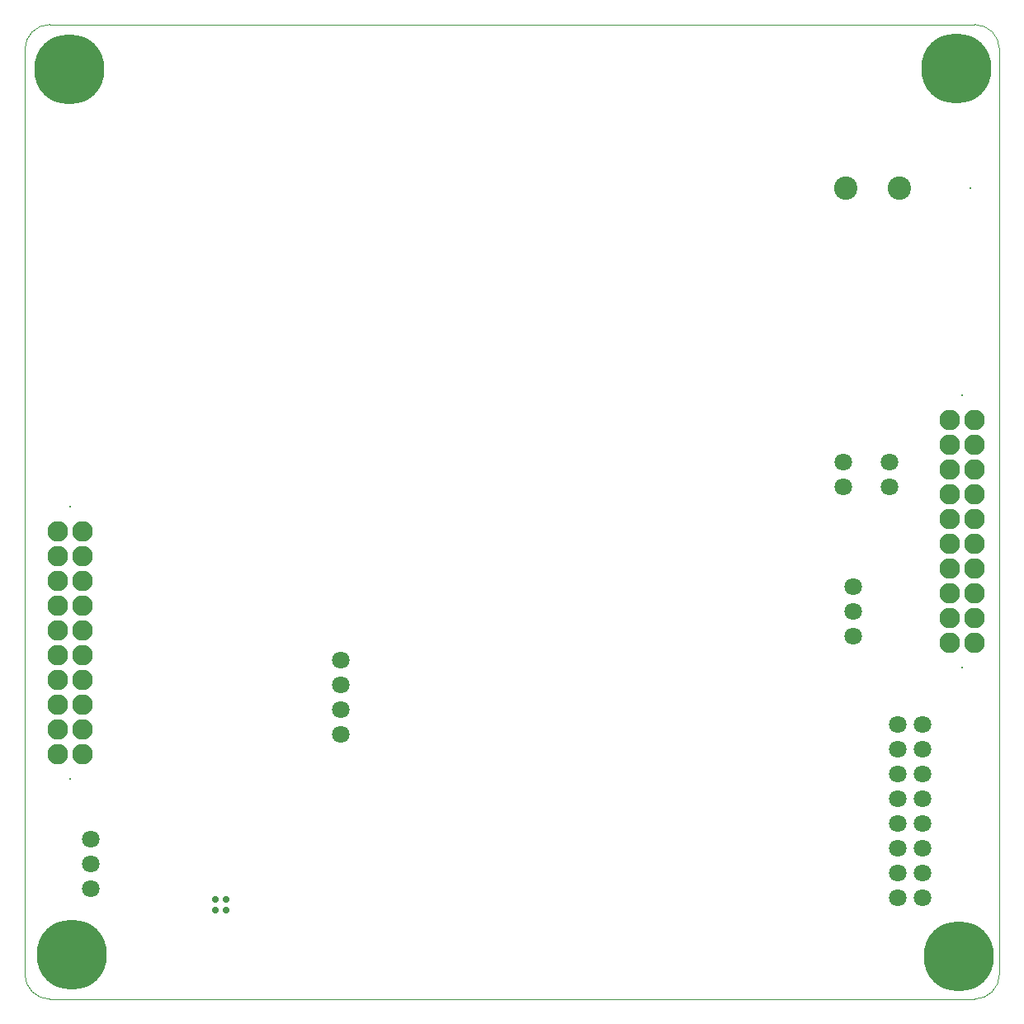
<source format=gbs>
G04 Layer_Color=16711935*
%FSLAX25Y25*%
%MOIN*%
G70*
G01*
G75*
%ADD59C,0.00394*%
%ADD112C,0.07099*%
%ADD113C,0.00800*%
%ADD114C,0.08280*%
%ADD115C,0.09461*%
%ADD116C,0.28359*%
%ADD117C,0.02768*%
D59*
X600000Y875830D02*
G03*
X590003Y885827I-9997J0D01*
G01*
X589928Y492126D02*
G03*
X600000Y502198I0J10072D01*
G01*
X206299D02*
G03*
X216371Y492126I10072J0D01*
G01*
X216371Y885827D02*
G03*
X206299Y875755I0J-10072D01*
G01*
X218110Y885827D02*
X590003D01*
X600000Y874016D02*
Y875830D01*
Y502198D02*
Y874016D01*
X216371Y492126D02*
X589928D01*
X206299Y502198D02*
Y508268D01*
Y875755D01*
X216371Y885827D02*
X218110D01*
D112*
X558898Y603071D02*
D03*
Y593071D02*
D03*
Y563071D02*
D03*
Y583071D02*
D03*
Y573071D02*
D03*
Y553071D02*
D03*
Y543071D02*
D03*
Y533071D02*
D03*
X568898D02*
D03*
Y543071D02*
D03*
Y553071D02*
D03*
Y573071D02*
D03*
Y583071D02*
D03*
Y563071D02*
D03*
Y593071D02*
D03*
Y603071D02*
D03*
X540945Y638819D02*
D03*
Y648819D02*
D03*
Y658819D02*
D03*
X233071Y536850D02*
D03*
Y546850D02*
D03*
Y556850D02*
D03*
X333858Y599213D02*
D03*
Y609213D02*
D03*
Y619213D02*
D03*
Y629213D02*
D03*
X537008Y699055D02*
D03*
Y709055D02*
D03*
X555512Y699055D02*
D03*
Y709055D02*
D03*
D113*
X584764Y626063D02*
D03*
Y736063D02*
D03*
X224528Y691221D02*
D03*
Y581220D02*
D03*
X588189Y819685D02*
D03*
D114*
X579764Y636063D02*
D03*
X589764D02*
D03*
Y646063D02*
D03*
X579764D02*
D03*
Y656063D02*
D03*
X589764D02*
D03*
Y666063D02*
D03*
X579764D02*
D03*
Y676063D02*
D03*
X589764D02*
D03*
Y686063D02*
D03*
X579764D02*
D03*
Y696063D02*
D03*
X589764D02*
D03*
Y706063D02*
D03*
X579764D02*
D03*
Y716063D02*
D03*
X589764D02*
D03*
Y726063D02*
D03*
X579764D02*
D03*
X229528Y681220D02*
D03*
X219528D02*
D03*
Y671220D02*
D03*
X229528D02*
D03*
Y661221D02*
D03*
X219528D02*
D03*
Y651221D02*
D03*
X229528D02*
D03*
Y641221D02*
D03*
X219528D02*
D03*
Y631220D02*
D03*
X229528D02*
D03*
Y621220D02*
D03*
X219528D02*
D03*
Y611221D02*
D03*
X229528D02*
D03*
Y601221D02*
D03*
X219528D02*
D03*
Y591221D02*
D03*
X229528D02*
D03*
D115*
X559449Y819685D02*
D03*
X537795D02*
D03*
D116*
X582677Y868110D02*
D03*
X225197Y510236D02*
D03*
X583465Y509449D02*
D03*
X224410Y867717D02*
D03*
D117*
X283268Y532480D02*
D03*
X287598D02*
D03*
X283268Y528150D02*
D03*
X287598D02*
D03*
M02*

</source>
